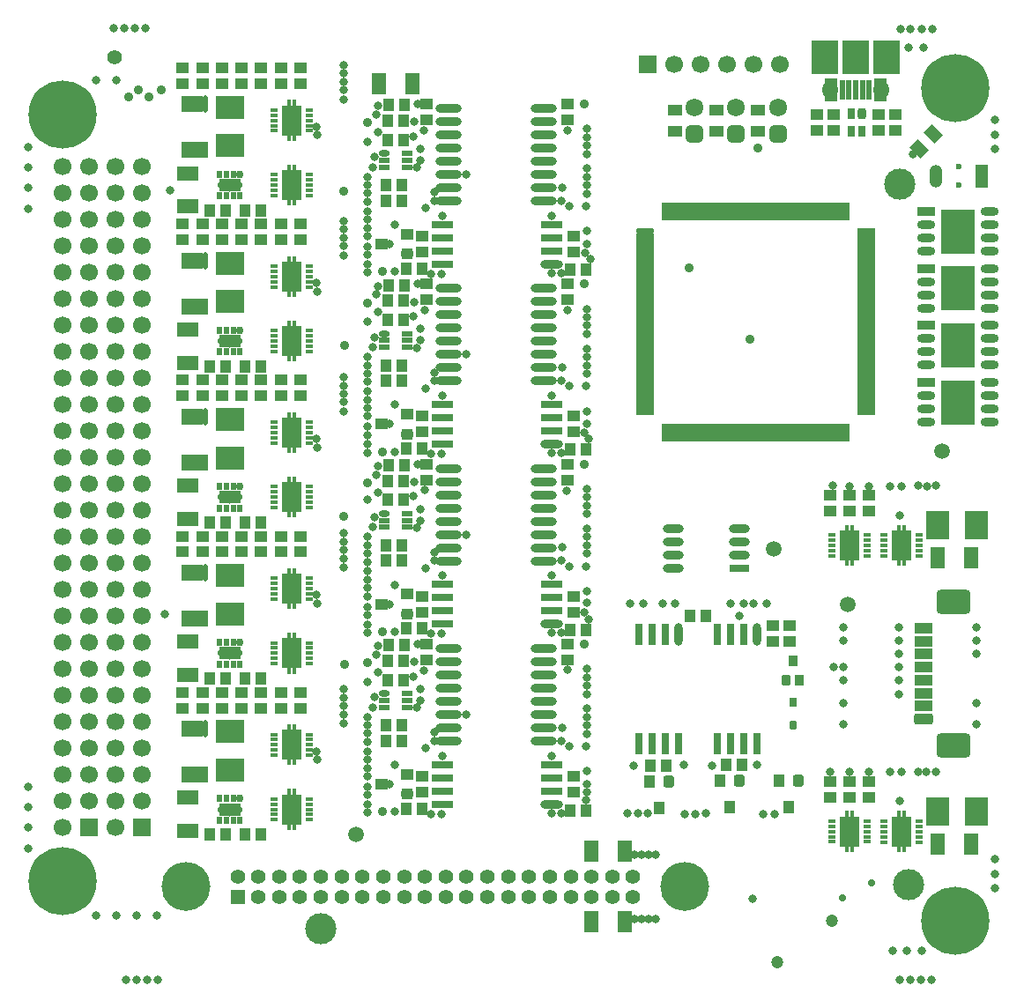
<source format=gts>
G04*
G04 #@! TF.GenerationSoftware,Altium Limited,Altium Designer,20.1.11 (218)*
G04*
G04 Layer_Color=8388736*
%FSAX42Y42*%
%MOMM*%
G71*
G04*
G04 #@! TF.SameCoordinates,7236F677-8011-49D1-9462-8A3D937FB474*
G04*
G04*
G04 #@! TF.FilePolarity,Negative*
G04*
G01*
G75*
%ADD24R,1.30X2.20*%
%ADD25R,2.60X3.20*%
%ADD26R,0.60X1.95*%
%ADD27C,3.00*%
G04:AMPARAMS|DCode=28|XSize=1.09mm|YSize=1.47mm|CornerRadius=0mm|HoleSize=0mm|Usage=FLASHONLY|Rotation=225.000|XOffset=0mm|YOffset=0mm|HoleType=Round|Shape=Rectangle|*
%AMROTATEDRECTD28*
4,1,4,-0.13,0.90,0.90,-0.13,0.13,-0.90,-0.90,0.13,-0.13,0.90,0.0*
%
%ADD28ROTATEDRECTD28*%

%ADD29R,1.47X1.09*%
G04:AMPARAMS|DCode=30|XSize=1.1mm|YSize=1.15mm|CornerRadius=0.33mm|HoleSize=0mm|Usage=FLASHONLY|Rotation=180.000|XOffset=0mm|YOffset=0mm|HoleType=Round|Shape=RoundedRectangle|*
%AMROUNDEDRECTD30*
21,1,1.10,0.50,0,0,180.0*
21,1,0.45,1.15,0,0,180.0*
1,1,0.65,-0.23,0.25*
1,1,0.65,0.23,0.25*
1,1,0.65,0.23,-0.25*
1,1,0.65,-0.23,-0.25*
%
%ADD30ROUNDEDRECTD30*%
%ADD31R,1.10X1.15*%
%ADD32R,1.10X1.15*%
G04:AMPARAMS|DCode=33|XSize=0.9mm|YSize=0.7mm|CornerRadius=0.23mm|HoleSize=0mm|Usage=FLASHONLY|Rotation=90.000|XOffset=0mm|YOffset=0mm|HoleType=Round|Shape=RoundedRectangle|*
%AMROUNDEDRECTD33*
21,1,0.90,0.25,0,0,90.0*
21,1,0.45,0.70,0,0,90.0*
1,1,0.45,0.13,0.23*
1,1,0.45,0.13,-0.23*
1,1,0.45,-0.13,-0.23*
1,1,0.45,-0.13,0.23*
%
%ADD33ROUNDEDRECTD33*%
%ADD34R,0.70X0.90*%
G04:AMPARAMS|DCode=35|XSize=0.9mm|YSize=1.1mm|CornerRadius=0.28mm|HoleSize=0mm|Usage=FLASHONLY|Rotation=180.000|XOffset=0mm|YOffset=0mm|HoleType=Round|Shape=RoundedRectangle|*
%AMROUNDEDRECTD35*
21,1,0.90,0.55,0,0,180.0*
21,1,0.35,1.10,0,0,180.0*
1,1,0.55,-0.18,0.28*
1,1,0.55,0.18,0.28*
1,1,0.55,0.18,-0.28*
1,1,0.55,-0.18,-0.28*
%
%ADD35ROUNDEDRECTD35*%
%ADD36R,0.90X1.10*%
%ADD37R,1.22X1.01*%
%ADD38R,1.01X1.22*%
%ADD39R,0.80X2.15*%
%ADD40O,0.80X2.15*%
%ADD41R,1.85X2.90*%
%ADD42R,0.45X0.80*%
%ADD43R,0.80X0.45*%
G04:AMPARAMS|DCode=44|XSize=0.6mm|YSize=0.7mm|CornerRadius=0.2mm|HoleSize=0mm|Usage=FLASHONLY|Rotation=0.000|XOffset=0mm|YOffset=0mm|HoleType=Round|Shape=RoundedRectangle|*
%AMROUNDEDRECTD44*
21,1,0.60,0.30,0,0,0.0*
21,1,0.20,0.70,0,0,0.0*
1,1,0.40,0.10,-0.15*
1,1,0.40,-0.10,-0.15*
1,1,0.40,-0.10,0.15*
1,1,0.40,0.10,0.15*
%
%ADD44ROUNDEDRECTD44*%
%ADD45R,0.60X0.70*%
%ADD46R,2.10X1.30*%
%ADD47R,2.00X1.47*%
%ADD48R,2.74X2.23*%
G04:AMPARAMS|DCode=49|XSize=0.5mm|YSize=1.65mm|CornerRadius=0.18mm|HoleSize=0mm|Usage=FLASHONLY|Rotation=0.000|XOffset=0mm|YOffset=0mm|HoleType=Round|Shape=RoundedRectangle|*
%AMROUNDEDRECTD49*
21,1,0.50,1.30,0,0,0.0*
21,1,0.15,1.65,0,0,0.0*
1,1,0.35,0.08,-0.65*
1,1,0.35,-0.08,-0.65*
1,1,0.35,-0.08,0.65*
1,1,0.35,0.08,0.65*
%
%ADD49ROUNDEDRECTD49*%
%ADD50R,0.50X1.65*%
%ADD51R,1.47X2.00*%
G04:AMPARAMS|DCode=52|XSize=1.1mm|YSize=1.15mm|CornerRadius=0.33mm|HoleSize=0mm|Usage=FLASHONLY|Rotation=90.000|XOffset=0mm|YOffset=0mm|HoleType=Round|Shape=RoundedRectangle|*
%AMROUNDEDRECTD52*
21,1,1.10,0.50,0,0,90.0*
21,1,0.45,1.15,0,0,90.0*
1,1,0.65,0.25,0.23*
1,1,0.65,0.25,-0.23*
1,1,0.65,-0.25,-0.23*
1,1,0.65,-0.25,0.23*
%
%ADD52ROUNDEDRECTD52*%
%ADD53R,1.15X1.10*%
%ADD54R,1.15X1.10*%
%ADD55O,1.98X0.84*%
%ADD56R,1.98X0.80*%
G04:AMPARAMS|DCode=57|XSize=1.1mm|YSize=0.8mm|CornerRadius=0.25mm|HoleSize=0mm|Usage=FLASHONLY|Rotation=270.000|XOffset=0mm|YOffset=0mm|HoleType=Round|Shape=RoundedRectangle|*
%AMROUNDEDRECTD57*
21,1,1.10,0.30,0,0,270.0*
21,1,0.60,0.80,0,0,270.0*
1,1,0.50,-0.15,-0.30*
1,1,0.50,-0.15,0.30*
1,1,0.50,0.15,0.30*
1,1,0.50,0.15,-0.30*
%
%ADD57ROUNDEDRECTD57*%
%ADD58R,0.80X1.10*%
%ADD59R,2.23X2.74*%
%ADD60R,2.15X0.80*%
%ADD61O,2.15X0.80*%
%ADD62O,2.50X0.80*%
%ADD63O,1.05X0.60*%
%ADD64R,1.05X0.60*%
%ADD65R,0.55X1.80*%
%ADD66R,1.80X0.55*%
%ADD67O,1.80X0.55*%
G04:AMPARAMS|DCode=68|XSize=2.3mm|YSize=3.2mm|CornerRadius=0.31mm|HoleSize=0mm|Usage=FLASHONLY|Rotation=90.000|XOffset=0mm|YOffset=0mm|HoleType=Round|Shape=RoundedRectangle|*
%AMROUNDEDRECTD68*
21,1,2.30,2.58,0,0,90.0*
21,1,1.68,3.20,0,0,90.0*
1,1,0.62,1.29,0.84*
1,1,0.62,1.29,-0.84*
1,1,0.62,-1.29,-0.84*
1,1,0.62,-1.29,0.84*
%
%ADD68ROUNDEDRECTD68*%
%ADD69R,1.80X1.00*%
G04:AMPARAMS|DCode=70|XSize=1mm|YSize=1.8mm|CornerRadius=0.18mm|HoleSize=0mm|Usage=FLASHONLY|Rotation=90.000|XOffset=0mm|YOffset=0mm|HoleType=Round|Shape=RoundedRectangle|*
%AMROUNDEDRECTD70*
21,1,1.00,1.44,0,0,90.0*
21,1,0.64,1.80,0,0,90.0*
1,1,0.36,0.72,0.32*
1,1,0.36,0.72,-0.32*
1,1,0.36,-0.72,-0.32*
1,1,0.36,-0.72,0.32*
%
%ADD70ROUNDEDRECTD70*%
%ADD71O,1.25X2.20*%
%ADD72R,1.25X2.20*%
%ADD73R,1.72X0.84*%
%ADD74O,1.72X0.84*%
%ADD75R,3.25X4.26*%
%ADD76O,1.50X1.70*%
%ADD77C,2.10*%
G04:AMPARAMS|DCode=78|XSize=1.72mm|YSize=1.72mm|CornerRadius=0.48mm|HoleSize=0mm|Usage=FLASHONLY|Rotation=90.000|XOffset=0mm|YOffset=0mm|HoleType=Round|Shape=RoundedRectangle|*
%AMROUNDEDRECTD78*
21,1,1.72,0.76,0,0,90.0*
21,1,0.76,1.72,0,0,90.0*
1,1,0.96,0.38,0.38*
1,1,0.96,0.38,-0.38*
1,1,0.96,-0.38,-0.38*
1,1,0.96,-0.38,0.38*
%
%ADD78ROUNDEDRECTD78*%
%ADD79C,1.72*%
%ADD80C,1.40*%
%ADD81C,0.70*%
%ADD82R,1.70X1.70*%
%ADD83C,1.70*%
%ADD84R,1.70X1.70*%
%ADD85C,0.60*%
%ADD86C,1.00*%
%ADD87R,1.40X1.40*%
%ADD88C,6.55*%
%ADD89C,0.80*%
%ADD90C,0.90*%
%ADD91C,1.20*%
%ADD92C,1.50*%
%ADD93C,1.30*%
%ADD94C,4.70*%
D24*
X011810Y012225D02*
D03*
X011340Y012225D02*
D03*
D25*
X011575Y012538D02*
D03*
X011872D02*
D03*
X011278D02*
D03*
D26*
X011705Y012225D02*
D03*
X011640D02*
D03*
X011575D02*
D03*
X011510D02*
D03*
X011445D02*
D03*
D27*
X011997Y011315D02*
D03*
X012080Y004583D02*
D03*
X006434Y004162D02*
D03*
D28*
X012322Y011796D02*
D03*
X012181Y011655D02*
D03*
D29*
X010635Y012028D02*
D03*
Y011825D02*
D03*
X010235D02*
D03*
Y012028D02*
D03*
X009835D02*
D03*
Y011825D02*
D03*
D30*
X011025Y005580D02*
D03*
X009780Y005575D02*
D03*
X010460Y005580D02*
D03*
D31*
X010835Y005580D02*
D03*
X009590Y005575D02*
D03*
X010270Y005580D02*
D03*
D32*
X010930Y005330D02*
D03*
X009685Y005325D02*
D03*
X010365Y005330D02*
D03*
D33*
X010970Y006115D02*
D03*
D34*
Y006335D02*
D03*
D35*
X010905Y006545D02*
D03*
D36*
X011035D02*
D03*
X010970Y006735D02*
D03*
D37*
X010940Y007070D02*
D03*
Y006918D02*
D03*
X010775Y007070D02*
D03*
Y006918D02*
D03*
X006238Y007933D02*
D03*
Y007781D02*
D03*
X006050Y007933D02*
D03*
Y007781D02*
D03*
X005862Y007933D02*
D03*
Y007781D02*
D03*
X005297Y007933D02*
D03*
Y007781D02*
D03*
X005108Y007933D02*
D03*
Y007781D02*
D03*
X005487D02*
D03*
Y007933D02*
D03*
X005675Y007781D02*
D03*
Y007933D02*
D03*
X005108Y012281D02*
D03*
Y012433D02*
D03*
X005297D02*
D03*
Y012281D02*
D03*
X005108Y009433D02*
D03*
Y009281D02*
D03*
X005297Y009433D02*
D03*
Y009281D02*
D03*
X005108Y010933D02*
D03*
Y010781D02*
D03*
X005297Y010933D02*
D03*
Y010781D02*
D03*
Y006433D02*
D03*
Y006281D02*
D03*
X005108Y006433D02*
D03*
Y006281D02*
D03*
X007405Y010815D02*
D03*
Y010663D02*
D03*
X007405Y009085D02*
D03*
Y008933D02*
D03*
Y007355D02*
D03*
Y007203D02*
D03*
X007453Y006895D02*
D03*
Y006743D02*
D03*
X007405Y005473D02*
D03*
Y005625D02*
D03*
X011365Y011987D02*
D03*
Y011835D02*
D03*
X011795Y011987D02*
D03*
Y011835D02*
D03*
X011955D02*
D03*
Y011987D02*
D03*
X011205Y011835D02*
D03*
Y011987D02*
D03*
X011515Y008327D02*
D03*
Y008175D02*
D03*
X011325Y008327D02*
D03*
Y008175D02*
D03*
X011705D02*
D03*
Y008327D02*
D03*
Y005425D02*
D03*
Y005577D02*
D03*
X011515D02*
D03*
Y005425D02*
D03*
X011325Y005577D02*
D03*
Y005425D02*
D03*
X006238Y009433D02*
D03*
Y009281D02*
D03*
X005862Y009433D02*
D03*
Y009281D02*
D03*
Y012281D02*
D03*
Y012433D02*
D03*
X006238Y012281D02*
D03*
Y012433D02*
D03*
Y006281D02*
D03*
Y006433D02*
D03*
X005675D02*
D03*
Y006281D02*
D03*
X006050D02*
D03*
Y006433D02*
D03*
X005862Y006281D02*
D03*
Y006433D02*
D03*
X005487D02*
D03*
Y006281D02*
D03*
X006238Y010933D02*
D03*
Y010781D02*
D03*
X006050Y010933D02*
D03*
Y010781D02*
D03*
X005862Y010933D02*
D03*
Y010781D02*
D03*
X005487D02*
D03*
Y010933D02*
D03*
X005675Y010781D02*
D03*
Y010933D02*
D03*
X005487Y009281D02*
D03*
Y009433D02*
D03*
X005675Y009281D02*
D03*
Y009433D02*
D03*
X005487Y012281D02*
D03*
Y012433D02*
D03*
X005675Y012281D02*
D03*
Y012433D02*
D03*
X006050Y009433D02*
D03*
Y009281D02*
D03*
Y012433D02*
D03*
Y012281D02*
D03*
X008863Y010815D02*
D03*
Y010663D02*
D03*
X007453Y012085D02*
D03*
Y011933D02*
D03*
X008805Y012087D02*
D03*
Y011935D02*
D03*
X008863Y009085D02*
D03*
Y008933D02*
D03*
X007453Y010355D02*
D03*
Y010203D02*
D03*
X008805Y010357D02*
D03*
Y010205D02*
D03*
X008863Y007355D02*
D03*
Y007203D02*
D03*
X007453Y008625D02*
D03*
Y008473D02*
D03*
X008805Y008627D02*
D03*
Y008475D02*
D03*
Y006745D02*
D03*
Y006897D02*
D03*
X008863Y005473D02*
D03*
Y005625D02*
D03*
D38*
X009603Y005730D02*
D03*
X009755D02*
D03*
X005370Y006564D02*
D03*
X005523D02*
D03*
X005703D02*
D03*
X005855D02*
D03*
X008983Y007035D02*
D03*
X008830D02*
D03*
X008983Y008765D02*
D03*
X008830D02*
D03*
X009980Y007165D02*
D03*
X010132D02*
D03*
X010480Y005735D02*
D03*
X010328D02*
D03*
X005370Y008064D02*
D03*
X005523D02*
D03*
Y011064D02*
D03*
X005370D02*
D03*
X005855Y005064D02*
D03*
X005703D02*
D03*
X005523D02*
D03*
X005370D02*
D03*
Y009564D02*
D03*
X005523D02*
D03*
X005703D02*
D03*
X005855D02*
D03*
X005703Y008064D02*
D03*
X005855D02*
D03*
X005703Y011064D02*
D03*
X005855D02*
D03*
X007405Y010505D02*
D03*
X007253D02*
D03*
X008830Y010495D02*
D03*
X008983D02*
D03*
X007210Y011157D02*
D03*
X007058D02*
D03*
X007210Y011305D02*
D03*
X007058D02*
D03*
X007077Y011743D02*
D03*
X007230D02*
D03*
X007080Y011925D02*
D03*
X007233D02*
D03*
X007235Y012075D02*
D03*
X007083D02*
D03*
X007405Y008775D02*
D03*
X007253D02*
D03*
X007210Y009427D02*
D03*
X007058D02*
D03*
X007210Y009575D02*
D03*
X007058D02*
D03*
X007077Y010013D02*
D03*
X007230D02*
D03*
X007080Y010195D02*
D03*
X007233D02*
D03*
X007235Y010345D02*
D03*
X007083D02*
D03*
X007405Y007045D02*
D03*
X007253D02*
D03*
X007210Y007697D02*
D03*
X007058D02*
D03*
X007210Y007845D02*
D03*
X007058D02*
D03*
X007077Y008283D02*
D03*
X007230D02*
D03*
X007080Y008465D02*
D03*
X007233D02*
D03*
X007235Y008615D02*
D03*
X007083D02*
D03*
X008982Y005297D02*
D03*
X008830D02*
D03*
X007253Y005315D02*
D03*
X007405D02*
D03*
X007058Y005967D02*
D03*
X007210D02*
D03*
X007058Y006115D02*
D03*
X007210D02*
D03*
X007230Y006553D02*
D03*
X007077D02*
D03*
X007233Y006735D02*
D03*
X007080D02*
D03*
X007083Y006885D02*
D03*
X007235D02*
D03*
D39*
X009491Y005940D02*
D03*
X009618D02*
D03*
X009745D02*
D03*
X009872D02*
D03*
X009491Y006990D02*
D03*
X009618D02*
D03*
X009745D02*
D03*
X010495D02*
D03*
X010368D02*
D03*
X010241D02*
D03*
X010622Y005940D02*
D03*
X010495D02*
D03*
X010368D02*
D03*
X010241D02*
D03*
D40*
X009872Y006990D02*
D03*
X010622D02*
D03*
D41*
X011512Y007846D02*
D03*
X012012Y007845D02*
D03*
X011512Y005096D02*
D03*
X012012Y005095D02*
D03*
X006153Y007428D02*
D03*
Y006808D02*
D03*
Y011308D02*
D03*
Y011928D02*
D03*
Y008928D02*
D03*
Y008308D02*
D03*
Y005928D02*
D03*
Y005308D02*
D03*
Y010428D02*
D03*
Y009808D02*
D03*
D42*
X011488Y008009D02*
D03*
X011538D02*
D03*
Y007684D02*
D03*
X011488D02*
D03*
X011988Y008007D02*
D03*
X012038D02*
D03*
Y007682D02*
D03*
X011988D02*
D03*
X011488Y005259D02*
D03*
X011538D02*
D03*
Y004934D02*
D03*
X011488D02*
D03*
X011988Y005258D02*
D03*
X012037D02*
D03*
Y004933D02*
D03*
X011988D02*
D03*
X006178Y007266D02*
D03*
X006128D02*
D03*
Y007591D02*
D03*
X006178D02*
D03*
Y006646D02*
D03*
X006128D02*
D03*
Y006971D02*
D03*
X006178D02*
D03*
Y011146D02*
D03*
X006128D02*
D03*
Y011471D02*
D03*
X006178D02*
D03*
Y012091D02*
D03*
X006128D02*
D03*
Y011766D02*
D03*
X006178D02*
D03*
Y008766D02*
D03*
X006128D02*
D03*
Y009091D02*
D03*
X006178D02*
D03*
Y008471D02*
D03*
X006128D02*
D03*
Y008146D02*
D03*
X006178D02*
D03*
Y005766D02*
D03*
X006128D02*
D03*
Y006091D02*
D03*
X006178D02*
D03*
Y005146D02*
D03*
X006128D02*
D03*
Y005471D02*
D03*
X006178D02*
D03*
Y010266D02*
D03*
X006128D02*
D03*
Y010591D02*
D03*
X006178D02*
D03*
Y009971D02*
D03*
X006128D02*
D03*
Y009646D02*
D03*
X006178D02*
D03*
D43*
X011680Y007796D02*
D03*
Y007746D02*
D03*
X011680Y007946D02*
D03*
X011680Y007896D02*
D03*
Y007846D02*
D03*
X011345Y007746D02*
D03*
Y007796D02*
D03*
Y007846D02*
D03*
Y007896D02*
D03*
Y007946D02*
D03*
X012180Y007795D02*
D03*
Y007745D02*
D03*
X012180Y007945D02*
D03*
X012180Y007895D02*
D03*
Y007845D02*
D03*
X011845Y007745D02*
D03*
Y007795D02*
D03*
Y007845D02*
D03*
Y007895D02*
D03*
Y007945D02*
D03*
X011680Y005046D02*
D03*
Y004996D02*
D03*
X011680Y005196D02*
D03*
X011680Y005146D02*
D03*
Y005096D02*
D03*
X011345Y004996D02*
D03*
Y005046D02*
D03*
Y005096D02*
D03*
Y005146D02*
D03*
Y005196D02*
D03*
X012180Y005045D02*
D03*
Y004995D02*
D03*
X012180Y005195D02*
D03*
X012180Y005145D02*
D03*
Y005095D02*
D03*
X011845Y004995D02*
D03*
Y005045D02*
D03*
Y005095D02*
D03*
Y005145D02*
D03*
Y005195D02*
D03*
X005986Y007478D02*
D03*
Y007528D02*
D03*
X005986Y007328D02*
D03*
X005986Y007378D02*
D03*
Y007428D02*
D03*
X006321Y007528D02*
D03*
Y007478D02*
D03*
Y007428D02*
D03*
Y007378D02*
D03*
Y007328D02*
D03*
X005986Y006858D02*
D03*
Y006908D02*
D03*
X005986Y006708D02*
D03*
X005986Y006758D02*
D03*
Y006808D02*
D03*
X006321Y006908D02*
D03*
Y006858D02*
D03*
Y006808D02*
D03*
Y006758D02*
D03*
Y006708D02*
D03*
X005986Y011358D02*
D03*
Y011408D02*
D03*
X005986Y011208D02*
D03*
X005986Y011258D02*
D03*
Y011308D02*
D03*
X006321Y011408D02*
D03*
Y011358D02*
D03*
Y011308D02*
D03*
Y011258D02*
D03*
Y011208D02*
D03*
Y011828D02*
D03*
Y011878D02*
D03*
Y011928D02*
D03*
Y011978D02*
D03*
Y012028D02*
D03*
X005986Y011928D02*
D03*
Y011878D02*
D03*
X005986Y011828D02*
D03*
X005986Y012028D02*
D03*
Y011978D02*
D03*
Y008978D02*
D03*
Y009028D02*
D03*
X005986Y008828D02*
D03*
X005986Y008878D02*
D03*
Y008928D02*
D03*
X006321Y009028D02*
D03*
Y008978D02*
D03*
Y008928D02*
D03*
Y008878D02*
D03*
Y008828D02*
D03*
Y008208D02*
D03*
Y008258D02*
D03*
Y008308D02*
D03*
Y008358D02*
D03*
Y008408D02*
D03*
X005986Y008308D02*
D03*
Y008258D02*
D03*
X005986Y008208D02*
D03*
X005986Y008408D02*
D03*
Y008358D02*
D03*
Y005978D02*
D03*
Y006028D02*
D03*
X005986Y005828D02*
D03*
X005986Y005878D02*
D03*
Y005928D02*
D03*
X006321Y006028D02*
D03*
Y005978D02*
D03*
Y005928D02*
D03*
Y005878D02*
D03*
Y005828D02*
D03*
X005986Y005358D02*
D03*
Y005408D02*
D03*
X005986Y005208D02*
D03*
X005986Y005258D02*
D03*
Y005308D02*
D03*
X006321Y005408D02*
D03*
Y005358D02*
D03*
Y005308D02*
D03*
Y005258D02*
D03*
Y005208D02*
D03*
X005986Y010478D02*
D03*
Y010528D02*
D03*
X005986Y010328D02*
D03*
X005986Y010378D02*
D03*
Y010428D02*
D03*
X006321Y010528D02*
D03*
Y010478D02*
D03*
Y010428D02*
D03*
Y010378D02*
D03*
Y010328D02*
D03*
Y009708D02*
D03*
Y009758D02*
D03*
Y009808D02*
D03*
Y009858D02*
D03*
Y009908D02*
D03*
X005986Y009808D02*
D03*
Y009758D02*
D03*
X005986Y009708D02*
D03*
X005986Y009908D02*
D03*
Y009858D02*
D03*
D44*
X005659Y006913D02*
D03*
Y005413D02*
D03*
Y009913D02*
D03*
Y008413D02*
D03*
Y011413D02*
D03*
D45*
X005594Y006913D02*
D03*
X005529D02*
D03*
X005464D02*
D03*
X005659Y006703D02*
D03*
X005594D02*
D03*
X005529D02*
D03*
X005464D02*
D03*
Y005203D02*
D03*
X005529D02*
D03*
X005594D02*
D03*
X005659D02*
D03*
X005464Y005413D02*
D03*
X005529D02*
D03*
X005594D02*
D03*
Y009913D02*
D03*
X005529D02*
D03*
X005464D02*
D03*
X005659Y009703D02*
D03*
X005594D02*
D03*
X005529D02*
D03*
X005464D02*
D03*
X005594Y008413D02*
D03*
X005529D02*
D03*
X005464D02*
D03*
X005659Y008203D02*
D03*
X005594D02*
D03*
X005529D02*
D03*
X005464D02*
D03*
Y011203D02*
D03*
X005529D02*
D03*
X005594D02*
D03*
X005659D02*
D03*
X005464Y011413D02*
D03*
X005529D02*
D03*
X005594D02*
D03*
D46*
X005561Y006808D02*
D03*
Y005308D02*
D03*
Y009808D02*
D03*
Y008308D02*
D03*
Y011308D02*
D03*
D47*
X005158Y006921D02*
D03*
X005158Y006601D02*
D03*
Y008101D02*
D03*
X005158Y008421D02*
D03*
X005158Y011101D02*
D03*
X005158Y011421D02*
D03*
X005158Y005101D02*
D03*
X005158Y005421D02*
D03*
Y009921D02*
D03*
X005158Y009601D02*
D03*
D48*
X005563Y007554D02*
D03*
Y007186D02*
D03*
Y005686D02*
D03*
Y006054D02*
D03*
Y010554D02*
D03*
Y010186D02*
D03*
Y009054D02*
D03*
Y008686D02*
D03*
Y011686D02*
D03*
Y012054D02*
D03*
D49*
X005323Y007583D02*
D03*
Y006083D02*
D03*
Y010583D02*
D03*
Y009083D02*
D03*
Y012083D02*
D03*
D50*
X005273Y007583D02*
D03*
X005223D02*
D03*
X005173D02*
D03*
X005123D02*
D03*
X005323Y007143D02*
D03*
X005273D02*
D03*
X005223D02*
D03*
X005173D02*
D03*
X005123D02*
D03*
X005273Y006083D02*
D03*
X005223D02*
D03*
X005173D02*
D03*
X005123D02*
D03*
X005323Y005643D02*
D03*
X005273D02*
D03*
X005223D02*
D03*
X005173D02*
D03*
X005123D02*
D03*
X005273Y010583D02*
D03*
X005223D02*
D03*
X005173D02*
D03*
X005123D02*
D03*
X005323Y010143D02*
D03*
X005273D02*
D03*
X005223D02*
D03*
X005173D02*
D03*
X005123D02*
D03*
X005273Y009083D02*
D03*
X005223D02*
D03*
X005173D02*
D03*
X005123D02*
D03*
X005323Y008643D02*
D03*
X005273D02*
D03*
X005223D02*
D03*
X005173D02*
D03*
X005123D02*
D03*
Y011643D02*
D03*
X005173D02*
D03*
X005223D02*
D03*
X005273D02*
D03*
X005323D02*
D03*
X005123Y012083D02*
D03*
X005173D02*
D03*
X005223D02*
D03*
X005273D02*
D03*
D51*
X009035Y004225D02*
D03*
X009355Y004225D02*
D03*
X009035Y004905D02*
D03*
X009355Y004905D02*
D03*
X007315Y012285D02*
D03*
X006995Y012285D02*
D03*
X012685Y007725D02*
D03*
X012365Y007725D02*
D03*
X012685Y004975D02*
D03*
X012365Y004975D02*
D03*
D52*
X007265Y010645D02*
D03*
X007265Y008915D02*
D03*
Y007185D02*
D03*
Y005455D02*
D03*
D53*
Y010835D02*
D03*
X007265Y009105D02*
D03*
Y007375D02*
D03*
Y005645D02*
D03*
D54*
X007015Y010740D02*
D03*
X007015Y009010D02*
D03*
Y007280D02*
D03*
Y005550D02*
D03*
D55*
X010460Y007748D02*
D03*
Y007875D02*
D03*
Y008002D02*
D03*
X009825Y007621D02*
D03*
Y007748D02*
D03*
Y007875D02*
D03*
Y008002D02*
D03*
D56*
X010460Y007621D02*
D03*
D57*
X011635Y011995D02*
D03*
D58*
X011535D02*
D03*
Y011825D02*
D03*
X011635D02*
D03*
D59*
X012365Y008036D02*
D03*
X012733D02*
D03*
X012365Y005286D02*
D03*
X012733D02*
D03*
D60*
X007600Y010930D02*
D03*
Y010803D02*
D03*
Y010676D02*
D03*
Y010549D02*
D03*
X008650Y010930D02*
D03*
Y010803D02*
D03*
Y010676D02*
D03*
X007600Y009200D02*
D03*
Y009073D02*
D03*
Y008946D02*
D03*
Y008819D02*
D03*
X008650Y009200D02*
D03*
Y009073D02*
D03*
Y008946D02*
D03*
X007600Y007470D02*
D03*
Y007343D02*
D03*
Y007216D02*
D03*
Y007089D02*
D03*
X008650Y007470D02*
D03*
Y007343D02*
D03*
Y007216D02*
D03*
X007600Y005740D02*
D03*
Y005613D02*
D03*
Y005486D02*
D03*
Y005359D02*
D03*
X008650Y005740D02*
D03*
Y005613D02*
D03*
Y005486D02*
D03*
D61*
X008650Y010549D02*
D03*
X008650Y008819D02*
D03*
Y007089D02*
D03*
Y005359D02*
D03*
D62*
X007660Y012044D02*
D03*
Y011918D02*
D03*
Y011790D02*
D03*
Y011664D02*
D03*
Y011536D02*
D03*
Y011410D02*
D03*
Y011282D02*
D03*
Y011156D02*
D03*
X008575Y012044D02*
D03*
Y011918D02*
D03*
Y011790D02*
D03*
Y011664D02*
D03*
Y011536D02*
D03*
Y011410D02*
D03*
Y011282D02*
D03*
Y011156D02*
D03*
X007660Y010314D02*
D03*
Y010188D02*
D03*
Y010061D02*
D03*
Y009933D02*
D03*
Y009807D02*
D03*
Y009679D02*
D03*
Y009553D02*
D03*
Y009425D02*
D03*
X008575Y010314D02*
D03*
Y010188D02*
D03*
Y010061D02*
D03*
Y009933D02*
D03*
Y009807D02*
D03*
Y009679D02*
D03*
Y009553D02*
D03*
Y009425D02*
D03*
X007660Y008585D02*
D03*
Y008457D02*
D03*
Y008331D02*
D03*
Y008204D02*
D03*
Y008076D02*
D03*
Y007950D02*
D03*
Y007822D02*
D03*
Y007696D02*
D03*
X008575Y008585D02*
D03*
Y008457D02*
D03*
Y008331D02*
D03*
Y008204D02*
D03*
Y008076D02*
D03*
Y007950D02*
D03*
Y007822D02*
D03*
Y007696D02*
D03*
X007660Y006854D02*
D03*
Y006728D02*
D03*
Y006600D02*
D03*
Y006474D02*
D03*
Y006347D02*
D03*
Y006219D02*
D03*
Y006092D02*
D03*
Y005965D02*
D03*
X008575Y006854D02*
D03*
Y006728D02*
D03*
Y006600D02*
D03*
Y006474D02*
D03*
Y006347D02*
D03*
Y006219D02*
D03*
Y006092D02*
D03*
Y005965D02*
D03*
D63*
X007043Y011610D02*
D03*
X007043Y009880D02*
D03*
Y008150D02*
D03*
Y006420D02*
D03*
D64*
X007043Y011545D02*
D03*
Y011480D02*
D03*
X007263D02*
D03*
Y011545D02*
D03*
Y011610D02*
D03*
X007043Y009815D02*
D03*
Y009750D02*
D03*
X007263D02*
D03*
Y009815D02*
D03*
Y009880D02*
D03*
X007043Y008085D02*
D03*
Y008020D02*
D03*
X007263D02*
D03*
Y008085D02*
D03*
Y008150D02*
D03*
X007043Y006355D02*
D03*
Y006290D02*
D03*
X007263D02*
D03*
Y006355D02*
D03*
Y006420D02*
D03*
D65*
X009740Y011057D02*
D03*
X009790D02*
D03*
X009840D02*
D03*
X009890D02*
D03*
X009940D02*
D03*
X009990D02*
D03*
X010040D02*
D03*
X010090D02*
D03*
X010140D02*
D03*
X010190D02*
D03*
X010240D02*
D03*
X010290D02*
D03*
X010340D02*
D03*
X010390D02*
D03*
X010440D02*
D03*
X010490D02*
D03*
X010540D02*
D03*
X010590D02*
D03*
X010640D02*
D03*
X010690D02*
D03*
X010740D02*
D03*
X010790D02*
D03*
X010840D02*
D03*
X010890D02*
D03*
X010940D02*
D03*
X010990D02*
D03*
X011040D02*
D03*
X011090D02*
D03*
X011140D02*
D03*
X011190D02*
D03*
X011240D02*
D03*
X011290D02*
D03*
X011340D02*
D03*
X011390D02*
D03*
X011440D02*
D03*
X011490D02*
D03*
Y008932D02*
D03*
X011440D02*
D03*
X011390D02*
D03*
X011340D02*
D03*
X011290D02*
D03*
X011240D02*
D03*
X011190D02*
D03*
X011140D02*
D03*
X011090D02*
D03*
X011040D02*
D03*
X010990D02*
D03*
X010940D02*
D03*
X010890D02*
D03*
X010840D02*
D03*
X010790D02*
D03*
X010740D02*
D03*
X010690D02*
D03*
X010640D02*
D03*
X010590D02*
D03*
X010540D02*
D03*
X010490D02*
D03*
X010440D02*
D03*
X010390D02*
D03*
X010340D02*
D03*
X010290D02*
D03*
X010240D02*
D03*
X010190D02*
D03*
X010140D02*
D03*
X010090D02*
D03*
X010040D02*
D03*
X009990D02*
D03*
X009940D02*
D03*
X009890D02*
D03*
X009840D02*
D03*
X009790D02*
D03*
X009740D02*
D03*
D66*
X011678Y010870D02*
D03*
Y010820D02*
D03*
Y010770D02*
D03*
Y010720D02*
D03*
Y010670D02*
D03*
Y010620D02*
D03*
Y010570D02*
D03*
Y010520D02*
D03*
Y010470D02*
D03*
Y010420D02*
D03*
Y010370D02*
D03*
Y010320D02*
D03*
Y010270D02*
D03*
Y010220D02*
D03*
Y010170D02*
D03*
Y010120D02*
D03*
Y010070D02*
D03*
Y010020D02*
D03*
Y009970D02*
D03*
Y009920D02*
D03*
Y009870D02*
D03*
Y009820D02*
D03*
Y009770D02*
D03*
Y009720D02*
D03*
Y009670D02*
D03*
Y009620D02*
D03*
Y009570D02*
D03*
Y009520D02*
D03*
Y009470D02*
D03*
Y009420D02*
D03*
Y009370D02*
D03*
Y009320D02*
D03*
Y009270D02*
D03*
Y009220D02*
D03*
Y009170D02*
D03*
Y009120D02*
D03*
X009553D02*
D03*
Y009170D02*
D03*
Y009220D02*
D03*
Y009270D02*
D03*
Y009320D02*
D03*
Y009370D02*
D03*
Y009420D02*
D03*
Y009470D02*
D03*
Y009520D02*
D03*
Y009570D02*
D03*
Y009620D02*
D03*
Y009670D02*
D03*
Y009720D02*
D03*
Y009770D02*
D03*
Y009820D02*
D03*
Y009870D02*
D03*
Y009920D02*
D03*
Y009970D02*
D03*
Y010020D02*
D03*
Y010070D02*
D03*
Y010120D02*
D03*
Y010170D02*
D03*
Y010220D02*
D03*
Y010270D02*
D03*
Y010320D02*
D03*
Y010370D02*
D03*
Y010420D02*
D03*
Y010470D02*
D03*
Y010520D02*
D03*
Y010570D02*
D03*
Y010620D02*
D03*
Y010670D02*
D03*
Y010720D02*
D03*
Y010770D02*
D03*
Y010820D02*
D03*
D67*
Y010870D02*
D03*
D68*
X012515Y005920D02*
D03*
Y007305D02*
D03*
D69*
X012225Y006300D02*
D03*
Y006425D02*
D03*
Y006550D02*
D03*
Y006675D02*
D03*
Y007050D02*
D03*
Y006925D02*
D03*
Y006800D02*
D03*
D70*
Y006175D02*
D03*
D71*
X012343Y011395D02*
D03*
D72*
X012788D02*
D03*
D73*
X012255Y009410D02*
D03*
Y009960D02*
D03*
Y010507D02*
D03*
Y011051D02*
D03*
D74*
Y009283D02*
D03*
Y009156D02*
D03*
Y009029D02*
D03*
X012865Y009410D02*
D03*
Y009283D02*
D03*
Y009156D02*
D03*
Y009029D02*
D03*
X012255Y009833D02*
D03*
Y009706D02*
D03*
Y009579D02*
D03*
X012865Y009960D02*
D03*
Y009833D02*
D03*
Y009706D02*
D03*
Y009579D02*
D03*
X012255Y010380D02*
D03*
Y010253D02*
D03*
Y010126D02*
D03*
X012865Y010507D02*
D03*
Y010380D02*
D03*
Y010253D02*
D03*
Y010126D02*
D03*
X012255Y010924D02*
D03*
Y010797D02*
D03*
Y010670D02*
D03*
X012865Y011051D02*
D03*
Y010924D02*
D03*
Y010797D02*
D03*
Y010670D02*
D03*
D75*
X012560Y009220D02*
D03*
Y009770D02*
D03*
Y010317D02*
D03*
Y010861D02*
D03*
D76*
X011820Y012222D02*
D03*
X011330Y012220D02*
D03*
D77*
X011847Y012515D02*
D03*
X011303D02*
D03*
D78*
X010825Y011800D02*
D03*
X010425D02*
D03*
X010025D02*
D03*
D79*
X010825Y012054D02*
D03*
X010425D02*
D03*
X010025D02*
D03*
D80*
X011512Y007846D02*
D03*
X012012Y007845D02*
D03*
X011512Y005096D02*
D03*
X012012Y005095D02*
D03*
X006153Y007428D02*
D03*
Y006808D02*
D03*
Y011308D02*
D03*
Y011928D02*
D03*
Y008928D02*
D03*
Y008308D02*
D03*
Y005928D02*
D03*
Y005308D02*
D03*
Y010428D02*
D03*
Y009808D02*
D03*
X009435Y004665D02*
D03*
Y004465D02*
D03*
X009235D02*
D03*
X009035D02*
D03*
X008835D02*
D03*
X008635D02*
D03*
X008435D02*
D03*
X008235D02*
D03*
X008035D02*
D03*
X007835D02*
D03*
X007635D02*
D03*
X007435D02*
D03*
X007235D02*
D03*
X007035D02*
D03*
X006835D02*
D03*
X006635D02*
D03*
X006435D02*
D03*
X006235D02*
D03*
X006035D02*
D03*
X005835D02*
D03*
X009235Y004665D02*
D03*
X009035D02*
D03*
X008835D02*
D03*
X008635D02*
D03*
X008435D02*
D03*
X008235D02*
D03*
X008035D02*
D03*
X007835D02*
D03*
X007635D02*
D03*
X007435D02*
D03*
X007235D02*
D03*
X007035D02*
D03*
X006835D02*
D03*
X006635D02*
D03*
X006435D02*
D03*
X006235D02*
D03*
X006035D02*
D03*
X005835D02*
D03*
X005635D02*
D03*
X004455Y012535D02*
D03*
D81*
X011462Y007946D02*
D03*
X011563D02*
D03*
Y007746D02*
D03*
X011462D02*
D03*
X011962Y007945D02*
D03*
X012063D02*
D03*
Y007745D02*
D03*
X011962D02*
D03*
X011462Y005196D02*
D03*
X011563D02*
D03*
Y004996D02*
D03*
X011462D02*
D03*
X011962Y005195D02*
D03*
X012063D02*
D03*
Y004995D02*
D03*
X011962D02*
D03*
X006204Y007328D02*
D03*
X006102D02*
D03*
Y007528D02*
D03*
X006204D02*
D03*
Y006708D02*
D03*
X006102D02*
D03*
Y006908D02*
D03*
X006204D02*
D03*
Y011208D02*
D03*
X006102D02*
D03*
Y011408D02*
D03*
X006204D02*
D03*
Y012028D02*
D03*
X006102D02*
D03*
Y011828D02*
D03*
X006204D02*
D03*
Y008828D02*
D03*
X006102D02*
D03*
Y009028D02*
D03*
X006204D02*
D03*
Y008408D02*
D03*
X006102D02*
D03*
Y008208D02*
D03*
X006204D02*
D03*
Y005828D02*
D03*
X006102D02*
D03*
Y006028D02*
D03*
X006204D02*
D03*
Y005208D02*
D03*
X006102D02*
D03*
Y005408D02*
D03*
X006204D02*
D03*
Y010328D02*
D03*
X006102D02*
D03*
Y010528D02*
D03*
X006204D02*
D03*
Y009908D02*
D03*
X006102D02*
D03*
Y009708D02*
D03*
X006204D02*
D03*
X011728Y004600D02*
D03*
X011443Y004455D02*
D03*
X005479Y006808D02*
D03*
X005644D02*
D03*
Y005308D02*
D03*
X005479D02*
D03*
Y009808D02*
D03*
X005644D02*
D03*
X005479Y008308D02*
D03*
X005644D02*
D03*
Y011308D02*
D03*
X005479D02*
D03*
D82*
X004720Y005134D02*
D03*
X004212Y005135D02*
D03*
D83*
X004466Y005134D02*
D03*
X004720Y005388D02*
D03*
X004466D02*
D03*
X004720Y005642D02*
D03*
X004466D02*
D03*
X004720Y005896D02*
D03*
X004466D02*
D03*
X004720Y006150D02*
D03*
X004466D02*
D03*
X004720Y006404D02*
D03*
X004466D02*
D03*
X004720Y006658D02*
D03*
X004466D02*
D03*
X004720Y006912D02*
D03*
X004466D02*
D03*
X004720Y007166D02*
D03*
X004466D02*
D03*
X004720Y007420D02*
D03*
X004466D02*
D03*
X004720Y007674D02*
D03*
X004466D02*
D03*
X004720Y007928D02*
D03*
X004466D02*
D03*
X004720Y008182D02*
D03*
X004466D02*
D03*
X004720Y008436D02*
D03*
X004466D02*
D03*
X004720Y008690D02*
D03*
X004466D02*
D03*
X004720Y008944D02*
D03*
X004466D02*
D03*
X004720Y009198D02*
D03*
X004466D02*
D03*
X004720Y009452D02*
D03*
X004466D02*
D03*
X004720Y009706D02*
D03*
X004466D02*
D03*
X004720Y009960D02*
D03*
X004466D02*
D03*
X004720Y010214D02*
D03*
X004466D02*
D03*
X004720Y010468D02*
D03*
X004466D02*
D03*
X004720Y010722D02*
D03*
X004466D02*
D03*
X004720Y010976D02*
D03*
X004466D02*
D03*
X004720Y011230D02*
D03*
X004466D02*
D03*
X004720Y011484D02*
D03*
X004466D02*
D03*
X003958Y011485D02*
D03*
X004212D02*
D03*
X003958Y011231D02*
D03*
X004212D02*
D03*
X003958Y010977D02*
D03*
X004212D02*
D03*
X003958Y010723D02*
D03*
X004212D02*
D03*
X003958Y010469D02*
D03*
X004212D02*
D03*
X003958Y010215D02*
D03*
X004212D02*
D03*
X003958Y009961D02*
D03*
X004212D02*
D03*
X003958Y009707D02*
D03*
X004212D02*
D03*
X003958Y009453D02*
D03*
X004212D02*
D03*
X003958Y009199D02*
D03*
X004212D02*
D03*
X003958Y008945D02*
D03*
X004212D02*
D03*
X003958Y008691D02*
D03*
X004212D02*
D03*
X003958Y008437D02*
D03*
X004212D02*
D03*
X003958Y008183D02*
D03*
X004212D02*
D03*
X003958Y007929D02*
D03*
X004212D02*
D03*
X003958Y007675D02*
D03*
X004212D02*
D03*
X003958Y007421D02*
D03*
X004212D02*
D03*
X003958Y007167D02*
D03*
X004212D02*
D03*
X003958Y006913D02*
D03*
X004212D02*
D03*
X003958Y006659D02*
D03*
X004212D02*
D03*
X003958Y006405D02*
D03*
X004212D02*
D03*
X003958Y006151D02*
D03*
X004212D02*
D03*
X003958Y005897D02*
D03*
X004212D02*
D03*
X003958Y005643D02*
D03*
X004212D02*
D03*
X003958Y005389D02*
D03*
X004212D02*
D03*
X003958Y005135D02*
D03*
X009829Y012465D02*
D03*
X010083D02*
D03*
X010337D02*
D03*
X010591D02*
D03*
X010845D02*
D03*
X012560Y009220D02*
D03*
Y009770D02*
D03*
Y010317D02*
D03*
Y010861D02*
D03*
D84*
X009575Y012465D02*
D03*
D85*
X012565Y011485D02*
D03*
Y011305D02*
D03*
D86*
X012660Y009090D02*
D03*
X012460D02*
D03*
Y009350D02*
D03*
X012660D02*
D03*
Y009640D02*
D03*
X012460D02*
D03*
Y009900D02*
D03*
X012660D02*
D03*
Y010187D02*
D03*
X012460D02*
D03*
Y010447D02*
D03*
X012660D02*
D03*
Y010731D02*
D03*
X012460D02*
D03*
Y010991D02*
D03*
X012660D02*
D03*
D87*
X005635Y004465D02*
D03*
D88*
X003958Y004621D02*
D03*
Y011986D02*
D03*
X012531Y012240D02*
D03*
Y004240D02*
D03*
D89*
X008803Y011832D02*
D03*
Y010103D02*
D03*
X008797Y008368D02*
D03*
X008805Y006647D02*
D03*
X007425Y006645D02*
D03*
Y011835D02*
D03*
X007430Y010107D02*
D03*
X007435Y008378D02*
D03*
X012205Y012810D02*
D03*
X012103D02*
D03*
X012003D02*
D03*
X012307D02*
D03*
X004647Y012815D02*
D03*
X004545D02*
D03*
X004445D02*
D03*
X004750D02*
D03*
X012200Y003670D02*
D03*
X012097D02*
D03*
X011997D02*
D03*
X012302D02*
D03*
X004872D02*
D03*
X004567D02*
D03*
X004667D02*
D03*
X004770D02*
D03*
X009025Y010600D02*
D03*
X008972Y010657D02*
D03*
X008965Y008932D02*
D03*
X009012Y008868D02*
D03*
X008993Y007293D02*
D03*
X009007Y007135D02*
D03*
X008970Y007203D02*
D03*
X008983Y005395D02*
D03*
X008993Y005472D02*
D03*
X008993Y005675D02*
D03*
X010455Y007165D02*
D03*
X009840Y007285D02*
D03*
X010582Y004445D02*
D03*
X012915Y011654D02*
D03*
Y011794D02*
D03*
Y011933D02*
D03*
X012224Y012625D02*
D03*
X012084D02*
D03*
X012915Y004826D02*
D03*
Y004686D02*
D03*
Y004547D02*
D03*
X012209Y003947D02*
D03*
X012069D02*
D03*
X011930D02*
D03*
X003627Y011672D02*
D03*
Y011475D02*
D03*
Y011279D02*
D03*
Y011082D02*
D03*
X004469Y012318D02*
D03*
X004272D02*
D03*
Y004289D02*
D03*
X004469D02*
D03*
X004666D02*
D03*
X004862D02*
D03*
X003627Y005525D02*
D03*
Y005328D02*
D03*
Y005132D02*
D03*
Y004935D02*
D03*
X012735Y007059D02*
D03*
X012128Y011605D02*
D03*
X011355Y008416D02*
D03*
X010595Y007285D02*
D03*
X009535D02*
D03*
X006885Y008285D02*
D03*
X009515Y004875D02*
D03*
X009655D02*
D03*
X009585D02*
D03*
X009655Y004255D02*
D03*
X009585D02*
D03*
X009515D02*
D03*
X009445D02*
D03*
Y004875D02*
D03*
X010685Y005265D02*
D03*
X009385Y005269D02*
D03*
X009485D02*
D03*
X010135Y005269D02*
D03*
X010035Y005265D02*
D03*
X009935D02*
D03*
X009575Y005269D02*
D03*
X010795Y005265D02*
D03*
X009720Y007285D02*
D03*
X009410D02*
D03*
X010622Y005735D02*
D03*
X009440Y005725D02*
D03*
X009920Y005740D02*
D03*
X010190Y005725D02*
D03*
X010720Y007285D02*
D03*
X010495D02*
D03*
X010368D02*
D03*
X011985Y006415D02*
D03*
Y006550D02*
D03*
Y006675D02*
D03*
Y006800D02*
D03*
X012735Y006325D02*
D03*
Y006125D02*
D03*
X011455Y006325D02*
D03*
Y006125D02*
D03*
X011365Y006675D02*
D03*
X011455Y006929D02*
D03*
Y007053D02*
D03*
Y006675D02*
D03*
Y006548D02*
D03*
X012735Y006805D02*
D03*
Y006929D02*
D03*
X011985Y007055D02*
D03*
Y006929D02*
D03*
X012255Y005666D02*
D03*
X012345D02*
D03*
X012175D02*
D03*
X011325Y005665D02*
D03*
X011515D02*
D03*
X011997Y005385D02*
D03*
X011705Y005665D02*
D03*
X011905D02*
D03*
X012015D02*
D03*
X012345Y008416D02*
D03*
X012260Y008415D02*
D03*
X012175Y008416D02*
D03*
X012015Y008415D02*
D03*
X011905D02*
D03*
X011997Y008135D02*
D03*
X011705Y008415D02*
D03*
X011515D02*
D03*
X004985Y011255D02*
D03*
X004935Y007184D02*
D03*
X006658Y012461D02*
D03*
Y012381D02*
D03*
Y012301D02*
D03*
X006403Y011786D02*
D03*
X006393Y011866D02*
D03*
X006658Y012131D02*
D03*
Y012221D02*
D03*
Y009461D02*
D03*
Y009381D02*
D03*
Y009301D02*
D03*
X006403Y008786D02*
D03*
X006393Y008866D02*
D03*
X006658Y009131D02*
D03*
Y009221D02*
D03*
Y010961D02*
D03*
Y010881D02*
D03*
Y010801D02*
D03*
X006403Y010286D02*
D03*
X006393Y010366D02*
D03*
X006658Y010631D02*
D03*
Y010721D02*
D03*
Y007961D02*
D03*
Y007881D02*
D03*
Y007801D02*
D03*
X006403Y007286D02*
D03*
X006393Y007366D02*
D03*
X006658Y007631D02*
D03*
Y007721D02*
D03*
X008745Y005274D02*
D03*
X007145Y005285D02*
D03*
X007493Y005265D02*
D03*
X006658Y006221D02*
D03*
Y006301D02*
D03*
Y006381D02*
D03*
Y006461D02*
D03*
Y006131D02*
D03*
X006393Y005866D02*
D03*
X006403Y005786D02*
D03*
X008985Y005915D02*
D03*
X007143Y005735D02*
D03*
X006885Y005865D02*
D03*
Y006535D02*
D03*
X006985Y006875D02*
D03*
X008993Y005550D02*
D03*
X008650Y005274D02*
D03*
X007595Y005265D02*
D03*
X008650Y005825D02*
D03*
X007600D02*
D03*
X006885Y005957D02*
D03*
Y006037D02*
D03*
Y006115D02*
D03*
Y006195D02*
D03*
X008993Y006416D02*
D03*
Y006497D02*
D03*
Y006577D02*
D03*
Y006657D02*
D03*
X008745Y005967D02*
D03*
X008825Y005915D02*
D03*
X008755Y006094D02*
D03*
X008993Y006035D02*
D03*
Y006115D02*
D03*
Y006195D02*
D03*
Y006275D02*
D03*
X007523Y005967D02*
D03*
X007835Y006219D02*
D03*
X007355Y006285D02*
D03*
X006885Y005625D02*
D03*
Y005705D02*
D03*
X006885Y005785D02*
D03*
X007525Y006047D02*
D03*
X007443Y005895D02*
D03*
X007363Y006895D02*
D03*
X007393Y006355D02*
D03*
X006966Y006795D02*
D03*
X007325Y006585D02*
D03*
X007333Y006725D02*
D03*
X006983Y006625D02*
D03*
X006953Y006385D02*
D03*
X007395Y006465D02*
D03*
X006930Y006288D02*
D03*
X006885Y005355D02*
D03*
Y005275D02*
D03*
X006885Y005445D02*
D03*
X006885Y005525D02*
D03*
X007095Y005550D02*
D03*
X008985Y011105D02*
D03*
X007143Y010925D02*
D03*
X007145Y010475D02*
D03*
X006885Y011055D02*
D03*
Y011725D02*
D03*
X006985Y012065D02*
D03*
X008993Y010740D02*
D03*
X008650Y010464D02*
D03*
X007595Y010455D02*
D03*
X008993Y010865D02*
D03*
X008650Y011015D02*
D03*
X007600D02*
D03*
X006885Y011147D02*
D03*
Y011227D02*
D03*
Y011305D02*
D03*
Y011385D02*
D03*
X008993Y011606D02*
D03*
Y011687D02*
D03*
Y011767D02*
D03*
Y011847D02*
D03*
X008745Y011157D02*
D03*
X008825Y011105D02*
D03*
X008755Y011284D02*
D03*
X008745Y010464D02*
D03*
X008993Y011225D02*
D03*
Y011305D02*
D03*
Y011385D02*
D03*
Y011465D02*
D03*
X007523Y011157D02*
D03*
X007835Y011410D02*
D03*
X007355Y011475D02*
D03*
X006885Y010815D02*
D03*
Y010895D02*
D03*
X006885Y010975D02*
D03*
X007525Y011237D02*
D03*
X007493Y010455D02*
D03*
X007443Y011085D02*
D03*
X007363Y012085D02*
D03*
X007393Y011545D02*
D03*
X006966Y011985D02*
D03*
X007325Y011775D02*
D03*
X007333Y011915D02*
D03*
X006983Y011815D02*
D03*
X006953Y011575D02*
D03*
X007395Y011655D02*
D03*
X006930Y011478D02*
D03*
X006885Y010545D02*
D03*
Y010465D02*
D03*
X006885Y010635D02*
D03*
X006885Y010715D02*
D03*
X007095Y010740D02*
D03*
X008985Y007645D02*
D03*
X007143Y007465D02*
D03*
X007145Y007015D02*
D03*
X006885Y007595D02*
D03*
X006985Y008605D02*
D03*
X008650Y007004D02*
D03*
X007595Y006995D02*
D03*
X008993Y007405D02*
D03*
X008650Y007555D02*
D03*
X007600D02*
D03*
X006885Y007687D02*
D03*
Y007767D02*
D03*
Y007845D02*
D03*
Y007925D02*
D03*
X008993Y008146D02*
D03*
Y008227D02*
D03*
Y008307D02*
D03*
Y008387D02*
D03*
X008745Y007697D02*
D03*
X008825Y007645D02*
D03*
X008755Y007824D02*
D03*
X008745Y007004D02*
D03*
X008993Y007765D02*
D03*
Y007845D02*
D03*
Y007925D02*
D03*
Y008005D02*
D03*
X007523Y007697D02*
D03*
X007835Y007950D02*
D03*
X007355Y008015D02*
D03*
X006885Y007355D02*
D03*
Y007435D02*
D03*
X006885Y007515D02*
D03*
X007525Y007777D02*
D03*
X007493Y006995D02*
D03*
X007443Y007625D02*
D03*
X007363Y008625D02*
D03*
X007393Y008085D02*
D03*
X006966Y008525D02*
D03*
X007325Y008315D02*
D03*
X007333Y008455D02*
D03*
X006983Y008355D02*
D03*
X006953Y008115D02*
D03*
X007395Y008195D02*
D03*
X006930Y008018D02*
D03*
X006885Y007085D02*
D03*
Y007005D02*
D03*
X006885Y007175D02*
D03*
X006885Y007255D02*
D03*
X007095Y007280D02*
D03*
X006966Y010255D02*
D03*
X006985Y010335D02*
D03*
X008985Y009375D02*
D03*
X007143Y009195D02*
D03*
X007145Y008745D02*
D03*
X006885Y009325D02*
D03*
Y009995D02*
D03*
X008993Y009010D02*
D03*
X008650Y008734D02*
D03*
X007595Y008725D02*
D03*
X008993Y009135D02*
D03*
X008650Y009285D02*
D03*
X007600D02*
D03*
X006885Y009417D02*
D03*
Y009497D02*
D03*
Y009575D02*
D03*
Y009655D02*
D03*
X008993Y009876D02*
D03*
Y009957D02*
D03*
Y010037D02*
D03*
Y010117D02*
D03*
X008745Y009427D02*
D03*
X008825Y009375D02*
D03*
X008755Y009554D02*
D03*
X008745Y008734D02*
D03*
X008993Y009495D02*
D03*
Y009575D02*
D03*
Y009655D02*
D03*
Y009735D02*
D03*
X007523Y009427D02*
D03*
X007835Y009679D02*
D03*
X007355Y009745D02*
D03*
X006885Y009085D02*
D03*
Y009165D02*
D03*
X006885Y009245D02*
D03*
X007525Y009507D02*
D03*
X007493Y008725D02*
D03*
X007363Y010355D02*
D03*
X007443Y009355D02*
D03*
X007393Y009815D02*
D03*
X007325Y010045D02*
D03*
X007333Y010185D02*
D03*
X006983Y010085D02*
D03*
X006953Y009845D02*
D03*
X007395Y009925D02*
D03*
X006930Y009748D02*
D03*
X006885Y008815D02*
D03*
Y008735D02*
D03*
X006885Y008905D02*
D03*
X006885Y008985D02*
D03*
X007095Y009010D02*
D03*
D90*
X010560Y009822D02*
D03*
X010635Y011665D02*
D03*
X009975Y010515D02*
D03*
X004685Y012222D02*
D03*
X004905D02*
D03*
X004585Y012154D02*
D03*
X004785D02*
D03*
X006665Y006705D02*
D03*
X006885Y006715D02*
D03*
X006655Y011245D02*
D03*
X006665Y009765D02*
D03*
X006655Y008125D02*
D03*
X008965Y006895D02*
D03*
X007025Y005285D02*
D03*
X008965Y012085D02*
D03*
X006885Y011905D02*
D03*
X007025Y010475D02*
D03*
X008965Y008625D02*
D03*
X006885Y008445D02*
D03*
X007025Y007015D02*
D03*
X006885Y010175D02*
D03*
X008965Y010355D02*
D03*
X007025Y008745D02*
D03*
D91*
X011345Y004235D02*
D03*
X010818Y003843D02*
D03*
D92*
X010785Y007808D02*
D03*
X006771Y005065D02*
D03*
X012405Y008749D02*
D03*
X011498Y007275D02*
D03*
D93*
X005561Y006808D02*
D03*
Y005308D02*
D03*
Y009808D02*
D03*
Y008308D02*
D03*
Y011308D02*
D03*
D94*
X009935Y004565D02*
D03*
X005135D02*
D03*
M02*

</source>
